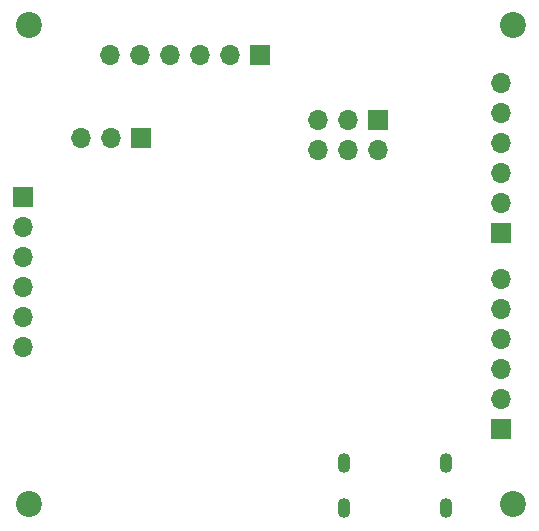
<source format=gbr>
%TF.GenerationSoftware,KiCad,Pcbnew,8.0.4*%
%TF.CreationDate,2024-11-07T17:56:33+01:00*%
%TF.ProjectId,stm32microcontroller,73746d33-326d-4696-9372-6f636f6e7472,rev?*%
%TF.SameCoordinates,Original*%
%TF.FileFunction,Soldermask,Bot*%
%TF.FilePolarity,Negative*%
%FSLAX46Y46*%
G04 Gerber Fmt 4.6, Leading zero omitted, Abs format (unit mm)*
G04 Created by KiCad (PCBNEW 8.0.4) date 2024-11-07 17:56:33*
%MOMM*%
%LPD*%
G01*
G04 APERTURE LIST*
%ADD10R,1.700000X1.700000*%
%ADD11O,1.700000X1.700000*%
%ADD12C,2.200000*%
%ADD13O,1.100000X1.700000*%
G04 APERTURE END LIST*
D10*
%TO.C,DEBUG*%
X82580000Y-64500000D03*
D11*
X82580000Y-67040000D03*
X80040000Y-64500000D03*
X80040000Y-67040000D03*
X77500000Y-64500000D03*
X77500000Y-67040000D03*
%TD*%
D12*
%TO.C,H2*%
X94000000Y-56500000D03*
%TD*%
D13*
%TO.C,J1*%
X79700000Y-93580000D03*
X79700000Y-97380000D03*
X88340000Y-93580000D03*
X88340000Y-97380000D03*
%TD*%
D10*
%TO.C,J6*%
X93000000Y-74080000D03*
D11*
X93000000Y-71540000D03*
X93000000Y-69000000D03*
X93000000Y-66460000D03*
X93000000Y-63920000D03*
X93000000Y-61380000D03*
%TD*%
D12*
%TO.C,H4*%
X94000000Y-97000000D03*
%TD*%
D10*
%TO.C,BOOT*%
X62540000Y-66000000D03*
D11*
X60000000Y-66000000D03*
X57460000Y-66000000D03*
%TD*%
D10*
%TO.C,J4*%
X93000000Y-90700000D03*
D11*
X93000000Y-88160000D03*
X93000000Y-85620000D03*
X93000000Y-83080000D03*
X93000000Y-80540000D03*
X93000000Y-78000000D03*
%TD*%
D12*
%TO.C,H1*%
X53000000Y-56500000D03*
%TD*%
D10*
%TO.C,J5*%
X72580000Y-59000000D03*
D11*
X70040000Y-59000000D03*
X67500000Y-59000000D03*
X64960000Y-59000000D03*
X62420000Y-59000000D03*
X59880000Y-59000000D03*
%TD*%
D10*
%TO.C,J3*%
X52500000Y-71000000D03*
D11*
X52500000Y-73540000D03*
X52500000Y-76080000D03*
X52500000Y-78620000D03*
X52500000Y-81160000D03*
X52500000Y-83700000D03*
%TD*%
D12*
%TO.C,H3*%
X53000000Y-97000000D03*
%TD*%
M02*

</source>
